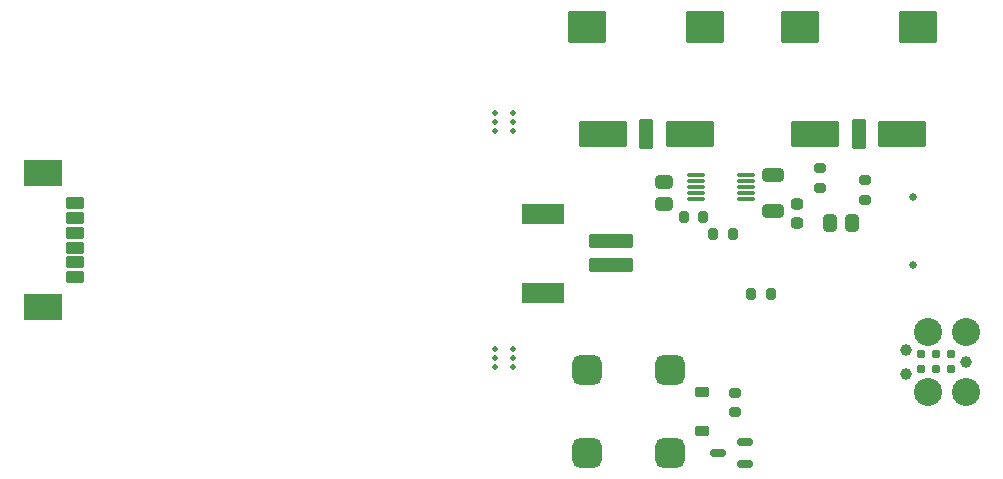
<source format=gbr>
%TF.GenerationSoftware,KiCad,Pcbnew,8.0.8*%
%TF.CreationDate,2025-02-13T14:20:34-05:00*%
%TF.ProjectId,GF24,47463234-2e6b-4696-9361-645f70636258,rev?*%
%TF.SameCoordinates,Original*%
%TF.FileFunction,Soldermask,Bot*%
%TF.FilePolarity,Negative*%
%FSLAX46Y46*%
G04 Gerber Fmt 4.6, Leading zero omitted, Abs format (unit mm)*
G04 Created by KiCad (PCBNEW 8.0.8) date 2025-02-13 14:20:34*
%MOMM*%
%LPD*%
G01*
G04 APERTURE LIST*
G04 Aperture macros list*
%AMRoundRect*
0 Rectangle with rounded corners*
0 $1 Rounding radius*
0 $2 $3 $4 $5 $6 $7 $8 $9 X,Y pos of 4 corners*
0 Add a 4 corners polygon primitive as box body*
4,1,4,$2,$3,$4,$5,$6,$7,$8,$9,$2,$3,0*
0 Add four circle primitives for the rounded corners*
1,1,$1+$1,$2,$3*
1,1,$1+$1,$4,$5*
1,1,$1+$1,$6,$7*
1,1,$1+$1,$8,$9*
0 Add four rect primitives between the rounded corners*
20,1,$1+$1,$2,$3,$4,$5,0*
20,1,$1+$1,$4,$5,$6,$7,0*
20,1,$1+$1,$6,$7,$8,$9,0*
20,1,$1+$1,$8,$9,$2,$3,0*%
G04 Aperture macros list end*
%ADD10C,0.500000*%
%ADD11RoundRect,0.287500X-0.612500X0.287500X-0.612500X-0.287500X0.612500X-0.287500X0.612500X0.287500X0*%
%ADD12RoundRect,0.200000X-0.275000X0.200000X-0.275000X-0.200000X0.275000X-0.200000X0.275000X0.200000X0*%
%ADD13C,0.650000*%
%ADD14RoundRect,0.622300X0.622300X0.622300X-0.622300X0.622300X-0.622300X-0.622300X0.622300X-0.622300X0*%
%ADD15RoundRect,0.200000X0.200000X0.275000X-0.200000X0.275000X-0.200000X-0.275000X0.200000X-0.275000X0*%
%ADD16RoundRect,0.102000X-1.750000X0.500000X-1.750000X-0.500000X1.750000X-0.500000X1.750000X0.500000X0*%
%ADD17RoundRect,0.102000X-1.700000X0.750000X-1.700000X-0.750000X1.700000X-0.750000X1.700000X0.750000X0*%
%ADD18RoundRect,0.102000X-1.905000X-1.015000X1.905000X-1.015000X1.905000X1.015000X-1.905000X1.015000X0*%
%ADD19RoundRect,0.102000X-0.510000X-1.145000X0.510000X-1.145000X0.510000X1.145000X-0.510000X1.145000X0*%
%ADD20RoundRect,0.102000X-1.500000X-1.250000X1.500000X-1.250000X1.500000X1.250000X-1.500000X1.250000X0*%
%ADD21RoundRect,0.227500X-0.382500X0.227500X-0.382500X-0.227500X0.382500X-0.227500X0.382500X0.227500X0*%
%ADD22RoundRect,0.287500X-0.437500X0.287500X-0.437500X-0.287500X0.437500X-0.287500X0.437500X0.287500X0*%
%ADD23RoundRect,0.200000X-0.200000X-0.275000X0.200000X-0.275000X0.200000X0.275000X-0.200000X0.275000X0*%
%ADD24RoundRect,0.075000X0.650000X0.075000X-0.650000X0.075000X-0.650000X-0.075000X0.650000X-0.075000X0*%
%ADD25RoundRect,0.150000X0.512500X0.150000X-0.512500X0.150000X-0.512500X-0.150000X0.512500X-0.150000X0*%
%ADD26C,2.374900*%
%ADD27C,0.990600*%
%ADD28C,0.787400*%
%ADD29RoundRect,0.076200X0.650000X-0.400000X0.650000X0.400000X-0.650000X0.400000X-0.650000X-0.400000X0*%
%ADD30RoundRect,0.076200X1.500000X-1.050000X1.500000X1.050000X-1.500000X1.050000X-1.500000X-1.050000X0*%
%ADD31RoundRect,0.287500X-0.287500X-0.437500X0.287500X-0.437500X0.287500X0.437500X-0.287500X0.437500X0*%
%ADD32RoundRect,0.200000X0.275000X-0.200000X0.275000X0.200000X-0.275000X0.200000X-0.275000X-0.200000X0*%
%ADD33RoundRect,0.237500X-0.262500X0.237500X-0.262500X-0.237500X0.262500X-0.237500X0.262500X0.237500X0*%
G04 APERTURE END LIST*
D10*
%TO.C,mouse-bite-2mm-slot*%
X110250000Y-120750000D03*
X111750000Y-120750000D03*
X110250000Y-120000000D03*
X111750000Y-120000000D03*
X110250000Y-119250000D03*
X111750000Y-119250000D03*
%TD*%
%TO.C,mouse-bite-2mm-slot*%
X110250000Y-100750000D03*
X111750000Y-100750000D03*
X110250000Y-100000000D03*
X111750000Y-100000000D03*
X110250000Y-99250000D03*
X111750000Y-99250000D03*
%TD*%
D11*
%TO.C,C11*%
X133750000Y-104500000D03*
X133750000Y-107500000D03*
%TD*%
D12*
%TO.C,R13*%
X137750000Y-103925000D03*
X137750000Y-105575000D03*
%TD*%
D13*
%TO.C,J2*%
X145570000Y-106360000D03*
X145570000Y-112140000D03*
%TD*%
D14*
%TO.C,U5*%
X125000001Y-120999999D03*
X125000001Y-128000001D03*
X117999999Y-128000001D03*
X117999999Y-120999999D03*
%TD*%
D15*
%TO.C,R6*%
X127825000Y-108000000D03*
X126175000Y-108000000D03*
%TD*%
D16*
%TO.C,J3*%
X120000000Y-112100000D03*
X120000000Y-110100000D03*
D17*
X114250000Y-107750000D03*
X114250000Y-114450000D03*
%TD*%
D18*
%TO.C,SW4*%
X119315000Y-101035000D03*
D19*
X123000000Y-101035000D03*
D18*
X126685000Y-101035000D03*
D20*
X118000000Y-91965000D03*
X128000000Y-91965000D03*
%TD*%
D21*
%TO.C,D1*%
X127750000Y-122864999D03*
X127750000Y-126135001D03*
%TD*%
D22*
%TO.C,C13*%
X124500000Y-105100000D03*
X124500000Y-106900000D03*
%TD*%
D23*
%TO.C,TH1*%
X131925000Y-114550000D03*
X133575000Y-114550000D03*
%TD*%
D24*
%TO.C,U4*%
X131500000Y-104500000D03*
X131500000Y-105000000D03*
X131500000Y-105500000D03*
X131500000Y-106000000D03*
X131500000Y-106500000D03*
X127200000Y-106500000D03*
X127200000Y-106000000D03*
X127200000Y-105500000D03*
X127200000Y-105000000D03*
X127200000Y-104500000D03*
%TD*%
D25*
%TO.C,Q1*%
X131387500Y-127050000D03*
X131387500Y-128950000D03*
X129112500Y-128000000D03*
%TD*%
D15*
%TO.C,R5*%
X130325000Y-109500000D03*
X128675000Y-109500000D03*
%TD*%
D26*
%TO.C,J1*%
X150056000Y-122830000D03*
D27*
X150056000Y-120290000D03*
D26*
X150056000Y-117750000D03*
X146881000Y-122830000D03*
X146881000Y-117750000D03*
D27*
X144976000Y-121306000D03*
X144976000Y-119274000D03*
D28*
X148786000Y-120925000D03*
X148786000Y-119655000D03*
X147516000Y-120925000D03*
X147516000Y-119655000D03*
X146246000Y-120925000D03*
X146246000Y-119655000D03*
%TD*%
D29*
%TO.C,J5*%
X74650000Y-113125000D03*
X74650000Y-111875000D03*
X74650000Y-110625000D03*
X74650000Y-109375000D03*
X74650000Y-108125000D03*
X74650000Y-106875000D03*
D30*
X71900000Y-115675000D03*
X71900000Y-104325000D03*
%TD*%
D31*
%TO.C,C15*%
X138600000Y-108500000D03*
X140400000Y-108500000D03*
%TD*%
D12*
%TO.C,R14*%
X141500000Y-104925000D03*
X141500000Y-106575000D03*
%TD*%
D18*
%TO.C,SW5*%
X137315000Y-101035000D03*
D19*
X141000000Y-101035000D03*
D18*
X144685000Y-101035000D03*
D20*
X136000000Y-91965000D03*
X146000000Y-91965000D03*
%TD*%
D32*
%TO.C,R2*%
X130500000Y-124575000D03*
X130500000Y-122925000D03*
%TD*%
D33*
%TO.C,C12*%
X135750000Y-106950001D03*
X135750000Y-108549999D03*
%TD*%
M02*

</source>
